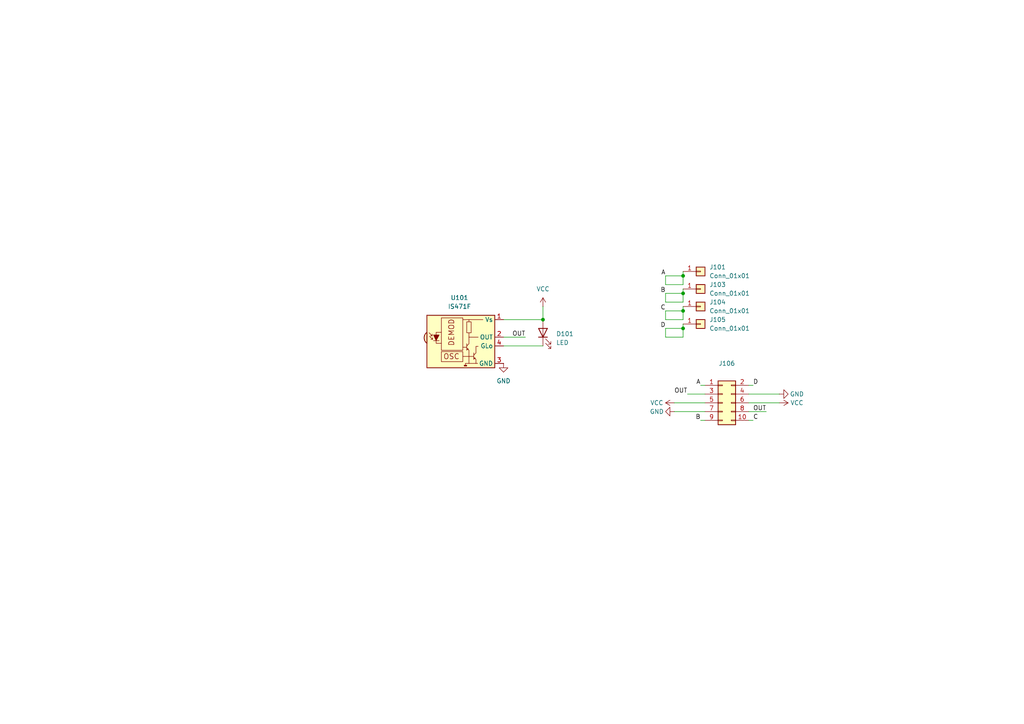
<source format=kicad_sch>
(kicad_sch (version 20231120) (generator "eeschema") (generator_version "8.0")
  (paper "A4")
  (lib_symbols
    (symbol "Connector_Generic:Conn_01x01" (pin_names (offset 1.016) hide)
      (property "Reference" "J" (at 0 2.54 0))
      (property "Value" "Conn_01x01" (at 0 -2.54 0))
      (symbol "Conn_01x01_1_1"
        (rectangle (start -1.27 0.127) (end 0 -0.127) (stroke (width 0.1524)))
        (rectangle (start -1.27 1.27) (end 1.27 -1.27) (stroke (width 0.254)) (fill (type background)))
        (pin passive line (at -5.08 0 0) (length 3.81) (name "Pin_1") (number "1"))
      )
    )
    (symbol "Connector_Generic:Conn_02x05_Odd_Even" (pin_names (offset 1.016) hide)
      (property "Reference" "J" (at 1.27 7.62 0))
      (property "Value" "Conn_02x05_Odd_Even" (at 1.27 -7.62 0))
      (symbol "Conn_02x05_Odd_Even_1_1"
        (rectangle (start -1.27 -4.953) (end 0 -5.207) (stroke (width 0.1524)))
        (rectangle (start -1.27 -2.413) (end 0 -2.667) (stroke (width 0.1524)))
        (rectangle (start -1.27 0.127) (end 0 -0.127) (stroke (width 0.1524)))
        (rectangle (start -1.27 2.667) (end 0 2.413) (stroke (width 0.1524)))
        (rectangle (start -1.27 5.207) (end 0 4.953) (stroke (width 0.1524)))
        (rectangle (start -1.27 6.35) (end 3.81 -6.35) (stroke (width 0.254)) (fill (type background)))
        (rectangle (start 3.81 -4.953) (end 2.54 -5.207) (stroke (width 0.1524)))
        (rectangle (start 3.81 -2.413) (end 2.54 -2.667) (stroke (width 0.1524)))
        (rectangle (start 3.81 0.127) (end 2.54 -0.127) (stroke (width 0.1524)))
        (rectangle (start 3.81 2.667) (end 2.54 2.413) (stroke (width 0.1524)))
        (rectangle (start 3.81 5.207) (end 2.54 4.953) (stroke (width 0.1524)))
        (pin passive line (at -5.08 5.08 0) (length 3.81) (name "Pin_1") (number "1"))
        (pin passive line (at 7.62 -5.08 180) (length 3.81) (name "Pin_10") (number "10"))
        (pin passive line (at 7.62 5.08 180) (length 3.81) (name "Pin_2") (number "2"))
        (pin passive line (at -5.08 2.54 0) (length 3.81) (name "Pin_3") (number "3"))
        (pin passive line (at 7.62 2.54 180) (length 3.81) (name "Pin_4") (number "4"))
        (pin passive line (at -5.08 0 0) (length 3.81) (name "Pin_5") (number "5"))
        (pin passive line (at 7.62 0 180) (length 3.81) (name "Pin_6") (number "6"))
        (pin passive line (at -5.08 -2.54 0) (length 3.81) (name "Pin_7") (number "7"))
        (pin passive line (at 7.62 -2.54 180) (length 3.81) (name "Pin_8") (number "8"))
        (pin passive line (at -5.08 -5.08 0) (length 3.81) (name "Pin_9") (number "9"))
      )
    )
    (symbol "Device:LED" (pin_numbers hide) (pin_names (offset 1.016) hide)
      (property "Reference" "D" (at 0 2.54 0))
      (property "Value" "LED" (at 0 -2.54 0))
      (symbol "LED_0_1"
        (polyline (pts (xy -1.27 -1.27) (xy -1.27 1.27)) (stroke (width 0.254)))
        (polyline (pts (xy -1.27 0) (xy 1.27 0)))
        (polyline (pts (xy 1.27 -1.27) (xy 1.27 1.27) (xy -1.27 0) (xy 1.27 -1.27)) (stroke (width 0.254)))
        (polyline (pts (xy -3.048 -0.762) (xy -4.572 -2.286) (xy -3.81 -2.286) (xy -4.572 -2.286) (xy -4.572 -1.524)))
        (polyline (pts (xy -1.778 -0.762) (xy -3.302 -2.286) (xy -2.54 -2.286) (xy -3.302 -2.286) (xy -3.302 -1.524)))
      )
      (symbol "LED_1_1"
        (pin passive line (at -3.81 0 0) (length 2.54) (name "K") (number "1"))
        (pin passive line (at 3.81 0 180) (length 2.54) (name "A") (number "2"))
      )
    )
    (symbol "Interface_Optical:IS471F"
      (property "Reference" "U" (at -12.065 7.62 0))
      (property "Value" "IS471F" (at 7.62 7.62 0))
      (symbol "IS471F_0_0"
        (arc (start -12.065 1.397) (mid -12.8679 -0.1852) (end -12.065 -1.778) (stroke (width 0.254)) (fill (type background)))
        (rectangle (start -7.874 -4.191) (end -1.651 -7.112))
        (rectangle (start -1.27 -8.128) (end -0.508 -8.382) (fill (type outline)))
        (polyline (pts (xy -0.889 -7.62) (xy -0.889 -8.128)))
        (polyline (pts (xy 0.127 5.08) (xy -1.651 5.08)))
        (polyline (pts (xy 2.667 -7.62) (xy -0.889 -7.62)))
        (polyline (pts (xy -0.508 -3.175) (xy 0.127 -3.81) (xy 0.127 -7.62)))
        (polyline (pts (xy 1.524 -5.842) (xy 2.159 -6.477) (xy 2.159 -7.62)))
        (text "DEMOD" (at -4.953 1.397 900) (effects (font (size 1.524 1.524))))
        (text "OSC" (at -4.953 -5.588 0) (effects (font (size 1.524 1.524))))
      )
      (symbol "IS471F_0_1"
        (rectangle (start -7.874 5.588) (end -1.651 -3.81))
        (polyline (pts (xy -10.541 0.381) (xy -11.43 1.27)))
        (polyline (pts (xy -10.541 0.381) (xy -11.049 0.381)))
        (polyline (pts (xy -10.541 0.381) (xy -10.541 0.889)))
        (polyline (pts (xy -10.414 -0.635) (xy -11.303 0.254)))
        (polyline (pts (xy -10.414 -0.635) (xy -10.922 -0.635)))
        (polyline (pts (xy -10.414 -0.635) (xy -10.414 -0.127)))
        (polyline (pts (xy -10.16 -1.016) (xy -8.509 -1.016)))
        (polyline (pts (xy -0.508 -2.921) (xy -1.651 -2.921)))
        (polyline (pts (xy -0.508 -1.905) (xy -0.508 -3.81)))
        (polyline (pts (xy -0.381 -3.556) (xy -0.254 -3.556)))
        (polyline (pts (xy -0.127 -3.556) (xy -0.254 -3.556)))
        (polyline (pts (xy -0.127 -3.556) (xy -0.127 -3.302)))
        (polyline (pts (xy 0.127 0) (xy 0.127 1.27)))
        (polyline (pts (xy 1.524 -5.588) (xy -1.651 -5.588)))
        (polyline (pts (xy 1.524 -4.572) (xy 1.524 -6.477)))
        (polyline (pts (xy 1.651 -6.223) (xy 1.778 -6.223)))
        (polyline (pts (xy 1.905 -6.223) (xy 1.778 -6.223)))
        (polyline (pts (xy 1.905 -6.223) (xy 1.905 -5.969)))
        (polyline (pts (xy 0.127 4.445) (xy 0.127 5.08) (xy 4.191 5.08)))
        (polyline (pts (xy -10.16 0.635) (xy -8.509 0.635) (xy -9.398 -1.016) (xy -10.16 0.635)) (fill (type outline)))
        (polyline (pts (xy -7.874 1.397) (xy -9.398 1.397) (xy -9.398 -1.778) (xy -7.874 -1.778)))
        (polyline (pts (xy -0.508 -2.54) (xy 0.127 -1.905) (xy 0.127 0) (xy 2.794 0)))
        (polyline (pts (xy 1.524 -5.207) (xy 2.159 -4.572) (xy 2.159 -2.667) (xy 2.794 -2.667)))
        (rectangle (start 0.762 1.27) (end -0.508 4.445))
        (rectangle (start 7.62 6.35) (end -12.065 -8.89) (stroke (width 0.254)) (fill (type background)))
      )
      (symbol "IS471F_1_1"
        (pin power_in line (at 10.16 5.08 180) (length 2.54) (name "Vs") (number "1"))
        (pin output line (at 10.16 0 180) (length 2.54) (name "OUT") (number "2"))
        (pin power_in line (at 10.16 -7.62 180) (length 2.54) (name "GND") (number "3"))
        (pin open_collector line (at 10.16 -2.54 180) (length 2.54) (name "GLo") (number "4"))
      )
    )
    (symbol "power:GND" (power) (pin_numbers hide) (pin_names (offset 0) hide)
      (property "Value" "GND" (at 0 -3.81 0))
      (symbol "GND_0_1"
        (polyline (pts (xy 0 0) (xy 0 -1.27) (xy 1.27 -1.27) (xy 0 -2.54) (xy -1.27 -1.27) (xy 0 -1.27)))
      )
      (symbol "GND_1_1"
        (pin power_in line (at 0 0 270) (length 0) (name "~") (number "1"))
      )
    )
    (symbol "power:VCC" (power) (pin_numbers hide) (pin_names (offset 0) hide)
      (property "Value" "VCC" (at 0 3.556 0))
      (symbol "VCC_0_1"
        (polyline (pts (xy -0.762 1.27) (xy 0 2.54)))
        (polyline (pts (xy 0 0) (xy 0 2.54)))
        (polyline (pts (xy 0 2.54) (xy 0.762 1.27)))
      )
      (symbol "VCC_1_1"
        (pin power_in line (at 0 0 90) (length 0) (name "~") (number "1"))
      )
    )
  )
  (junction (at 198.12 85.09))
  (junction (at 198.12 80.01))
  (junction (at 157.48 92.71))
  (junction (at 198.12 95.25))
  (junction (at 198.12 90.17))
  (wire (pts (xy 198.12 97.79) (xy 198.12 95.25)))
  (wire (pts (xy 198.12 85.09) (xy 193.04 85.09)))
  (wire (pts (xy 198.12 93.98) (xy 198.12 95.25)))
  (wire (pts (xy 193.04 90.17) (xy 193.04 92.71)))
  (wire (pts (xy 193.04 87.63) (xy 198.12 87.63)))
  (wire (pts (xy 217.17 121.92) (xy 218.44 121.92)))
  (wire (pts (xy 195.58 119.38) (xy 204.47 119.38)))
  (wire (pts (xy 193.04 97.79) (xy 198.12 97.79)))
  (wire (pts (xy 193.04 95.25) (xy 193.04 97.79)))
  (wire (pts (xy 146.05 97.79) (xy 152.4 97.79)))
  (wire (pts (xy 198.12 88.9) (xy 198.12 90.17)))
  (wire (pts (xy 195.58 116.84) (xy 204.47 116.84)))
  (wire (pts (xy 198.12 80.01) (xy 193.04 80.01)))
  (wire (pts (xy 199.39 114.3) (xy 204.47 114.3)))
  (wire (pts (xy 146.05 92.71) (xy 157.48 92.71)))
  (wire (pts (xy 198.12 95.25) (xy 193.04 95.25)))
  (wire (pts (xy 203.2 121.92) (xy 204.47 121.92)))
  (wire (pts (xy 198.12 87.63) (xy 198.12 85.09)))
  (wire (pts (xy 198.12 92.71) (xy 198.12 90.17)))
  (wire (pts (xy 198.12 82.55) (xy 198.12 80.01)))
  (wire (pts (xy 226.06 116.84) (xy 217.17 116.84)))
  (wire (pts (xy 217.17 111.76) (xy 218.44 111.76)))
  (wire (pts (xy 203.2 111.76) (xy 204.47 111.76)))
  (wire (pts (xy 226.06 114.3) (xy 217.17 114.3)))
  (wire (pts (xy 198.12 90.17) (xy 193.04 90.17)))
  (wire (pts (xy 193.04 82.55) (xy 198.12 82.55)))
  (wire (pts (xy 146.05 100.33) (xy 157.48 100.33)))
  (wire (pts (xy 198.12 78.74) (xy 198.12 80.01)))
  (wire (pts (xy 222.25 119.38) (xy 217.17 119.38)))
  (wire (pts (xy 193.04 85.09) (xy 193.04 87.63)))
  (wire (pts (xy 198.12 83.82) (xy 198.12 85.09)))
  (wire (pts (xy 157.48 88.9) (xy 157.48 92.71)))
  (wire (pts (xy 193.04 92.71) (xy 198.12 92.71)))
  (wire (pts (xy 193.04 80.01) (xy 193.04 82.55)))
  (label "A" (at 193.04 80.01 180))
  (label "A" (at 203.2 111.76 180))
  (label "OUT" (at 152.4 97.79 180))
  (label "B" (at 193.04 85.09 180))
  (label "OUT" (at 199.39 114.3 180))
  (label "C" (at 193.04 90.17 180))
  (label "D" (at 218.44 111.76 0))
  (label "OUT" (at 222.25 119.38 180))
  (label "C" (at 218.44 121.92 0))
  (label "B" (at 203.2 121.92 180))
  (label "D" (at 193.04 95.25 180))
  (symbol (lib_id "power:GND") (at 195.58 119.38 270) (unit 1)
    (property "Reference" "#PWR0105" (effects (hide yes)))
    (property "Value" "GND" (at 190.5 119.38 90))
    (property "Description" "Power symbol creates a global label with name \"GND\" , ground" (effects (hide yes)))
  )
  (symbol (lib_id "power:GND") (at 226.06 114.3 90) (unit 1)
    (property "Reference" "#PWR0108" (effects (hide yes)))
    (property "Value" "GND" (at 231.14 114.3 90))
    (property "Description" "Power symbol creates a global label with name \"GND\" , ground" (effects (hide yes)))
  )
  (symbol (lib_id "Connector_Generic:Conn_02x05_Odd_Even") (at 209.55 116.84 0) (unit 1)
    (property "Reference" "J106" (at 210.82 105.41 0))
    (property "Value" "Conn_02x05_Odd_Even" (effects (hide yes)))
    (property "Footprint" "Connector_PinSocket_2.54mm:PinSocket_2x05_P2.54mm_Vertical_SMD" (effects (hide yes)))
    (property "Description" "Generic connector, double row, 02x05, odd/even pin numbering scheme (row 1 odd numbers, row 2 even numbers), script generated (kicad-library-utils/schlib/autogen/connector/)" (effects (hide yes)))
  )
  (symbol (lib_id "power:GND") (at 146.05 105.41 0) (unit 1)
    (property "Reference" "#PWR0101" (effects (hide yes)))
    (property "Value" "GND" (at 146.05 110.49 0))
    (property "Description" "Power symbol creates a global label with name \"GND\" , ground" (effects (hide yes)))
  )
  (symbol (lib_id "Connector_Generic:Conn_01x01") (at 203.2 88.9 0) (unit 1)
    (property "Reference" "J104" (at 205.74 87.63 0) (effects (justify left)))
    (property "Value" "Conn_01x01" (at 205.74 90.17 0) (effects (justify left)))
    (property "Footprint" "Connector_PinHeader_1.00mm:PinHeader_1x01_P1.00mm_Vertical" (effects (hide yes)))
  )
  (symbol (lib_id "Connector_Generic:Conn_01x01") (at 203.2 78.74 0) (unit 1)
    (property "Reference" "J101" (at 205.74 77.47 0) (effects (justify left)))
    (property "Value" "Conn_01x01" (at 205.74 80.01 0) (effects (justify left)))
    (property "Footprint" "Connector_PinHeader_1.00mm:PinHeader_1x01_P1.00mm_Vertical" (effects (hide yes)))
  )
  (symbol (lib_id "Device:LED") (at 157.48 96.52 90) (unit 1)
    (property "Reference" "D101" (at 161.29 96.8374 90) (effects (justify right)))
    (property "Value" "LED" (at 161.29 99.3774 90) (effects (justify right)))
    (property "Footprint" "LED_THT:LED_D3.0mm" (effects (hide yes)))
    (property "Description" "Light emitting diode" (effects (hide yes)))
  )
  (symbol (lib_id "power:VCC") (at 226.06 116.84 270) (unit 1)
    (property "Reference" "#PWR0107" (effects (hide yes)))
    (property "Value" "VCC" (at 231.14 116.84 90))
    (property "Description" "Power symbol creates a global label with name \"VCC\"" (effects (hide yes)))
  )
  (symbol (lib_id "power:VCC") (at 157.48 88.9 0) (unit 1)
    (property "Reference" "#PWR0103" (effects (hide yes)))
    (property "Value" "VCC" (at 157.48 83.82 0))
    (property "Description" "Power symbol creates a global label with name \"VCC\"" (effects (hide yes)))
  )
  (symbol (lib_id "Connector_Generic:Conn_01x01") (at 203.2 83.82 0) (unit 1)
    (property "Reference" "J103" (at 205.74 82.55 0) (effects (justify left)))
    (property "Value" "Conn_01x01" (at 205.74 85.09 0) (effects (justify left)))
    (property "Footprint" "Connector_PinHeader_1.00mm:PinHeader_1x01_P1.00mm_Vertical" (effects (hide yes)))
  )
  (symbol (lib_id "Connector_Generic:Conn_01x01") (at 203.2 93.98 0) (unit 1)
    (property "Reference" "J105" (at 205.74 92.71 0) (effects (justify left)))
    (property "Value" "Conn_01x01" (at 205.74 95.25 0) (effects (justify left)))
    (property "Footprint" "Connector_PinHeader_1.00mm:PinHeader_1x01_P1.00mm_Vertical" (effects (hide yes)))
  )
  (symbol (lib_id "power:VCC") (at 195.58 116.84 90) (unit 1)
    (property "Reference" "#PWR0106" (effects (hide yes)))
    (property "Value" "VCC" (at 190.5 116.84 90))
    (property "Description" "Power symbol creates a global label with name \"VCC\"" (effects (hide yes)))
  )
  (symbol (lib_id "Interface_Optical:IS471F") (at 135.89 97.79 0) (unit 1)
    (property "Reference" "U101" (at 133.266 86.36 0))
    (property "Value" "IS471F" (at 133.266 88.9 0))
    (property "Footprint" "OptoDevice:Sharp_IS471F" (effects (hide yes)))
    (property "Datasheet" "http://www.micropik.com/PDF/tsop17xx.pdf" (effects (hide yes)))
    (property "Description" "Photo Modules for PCM Remote Control Systems" (effects (hide yes)))
  )
)
</source>
